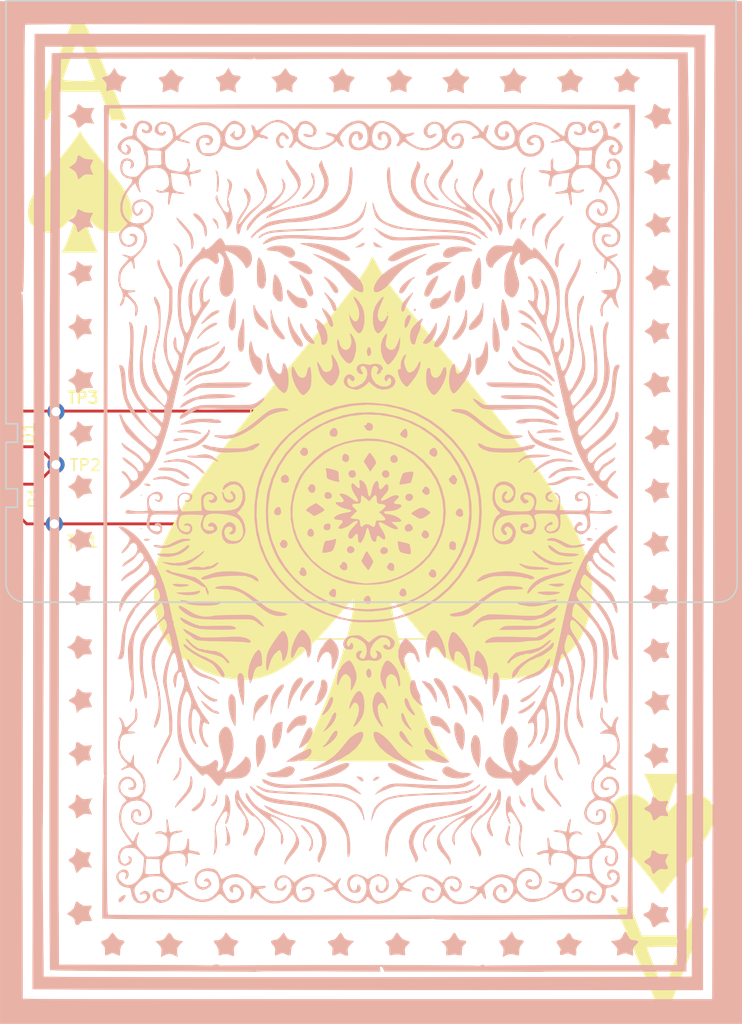
<source format=kicad_pcb>
(kicad_pcb (version 20171130) (host pcbnew "(5.1.6)-1")
  (layers (0 F.Cu signal) (31 B.Cu signal) (34 B.Paste user) (35 F.Paste user) (36 B.SilkS user) (37 F.SilkS user) (38 B.Mask user hide) (39 F.Mask user hide) (44 Edge.Cuts user))
  (net 0 "")
  (net 1 "Net-(BT1-Pad1)")
  (net 2 "Net-(BT1-Pad2)")
  (net 3 "Net-(D1-Pad2)")
  (module LEDs:LED_0603_HandSoldering (layer F.Cu) (at 89.4 98.5 270)
    (fp_text reference D1 (at 0 -1.45 90) (layer F.SilkS))
    (fp_text value LED)
    (pad 1 smd rect (at -1.1 0 270) (size 1.2 0.9) (layers F.Cu F.Paste F.Mask) (net 2 "Net-(BT1-Pad2)"))
    (pad 2 smd rect (at 1.1 0 270) (size 1.2 0.9) (layers F.Cu F.Paste F.Mask) (net 3 "Net-(D1-Pad2)"))
  )
  (module Resistors_SMD:R_0603_HandSoldering (layer F.Cu) (at 89.4 104.1 90)
    (fp_text reference R1 (at 0 2 90) (layer F.SilkS))
    (fp_text value 200)
    (pad 1 smd rect (at -1.1 0 90) (size 1.2 0.9) (layers F.Cu F.Paste F.Mask) (net 1 "Net-(BT1-Pad1)"))
    (pad 2 smd rect (at 1.1 0 90) (size 1.2 0.9) (layers F.Cu F.Paste F.Mask) (net 3 "Net-(D1-Pad2)"))
  )
  (module Cards:AceOfSpades (layer F.Cu) (at 120.65 105.41)
    (fp_text reference G*** hide)
    (fp_text value LOGO hide)
  )
  (module Cards:CardBack_BSilkS (layer F.Cu) (at 120.65 105.41)
    (fp_text reference G*** hide)
    (fp_text value LOGO hide)
  )
  (module Measurement_Points:Measurement_Point_Round-TH_Small (layer F.Cu) (at 93.25 96.65)
    (fp_text reference TP3 (at 2.35 -1.2) (layer F.SilkS) (effects (font (thickness 0.2))))
    (fp_text value TestPoint)
    (pad 1 thru_hole circle (at 0 0) (size 1.5 1.5) (drill 0.8) (layers *.Cu *.Mask) (net 2 "Net-(BT1-Pad2)"))
  )
  (module Measurement_Points:Measurement_Point_Round-TH_Small (layer F.Cu) (at 93.25 101.25)
    (fp_text reference TP2 (at 2.55 0.05) (layer F.SilkS))
    (fp_text value TestPoint)
    (pad 1 thru_hole circle (at 0 0) (size 1.5 1.5) (drill 0.8) (layers *.Cu *.Mask) (net 3 "Net-(D1-Pad2)"))
  )
  (module Measurement_Points:Measurement_Point_Round-TH_Small (layer F.Cu) (at 93.1 106.4)
    (fp_text reference TP1 (at 2.45 1.55) (layer F.SilkS))
    (fp_text value TestPoint)
    (pad 1 thru_hole circle (at 0 0) (size 1.5 1.5) (drill 0.8) (layers *.Cu *.Mask) (net 1 "Net-(BT1-Pad1)"))
  )
  (module GettingToBlinky5:S8211-46R (layer F.Cu) (at 120.7 106.4)
    (fp_text reference BT1 (at 0 5.08) (layer F.SilkS))
    (fp_text value Battery_Cell)
    (pad 1 smd rect (at 12.8 0) (size 5.5 5.5) (layers F.Cu F.Paste F.Mask) (net 1 "Net-(BT1-Pad1)"))
    (pad 2 smd rect (at 0 0) (size 4 4) (layers F.Cu F.Paste F.Mask) (net 2 "Net-(BT1-Pad2)"))
    (pad 1 smd rect (at -12.8 0) (size 5.5 5.5) (layers F.Cu F.Paste F.Mask) (net 1 "Net-(BT1-Pad1)"))
  )
  (gr_arc (start 150.9 111.600757) (end 150.9 113.200757) (angle -90) (layer Edge.Cuts) (width 0.15))
  (gr_line (start 150.9 113.200757) (end 90.55 113.200757) (layer Edge.Cuts) (width 0.15))
  (gr_arc (start 90.55 111.55) (end 88.9 111.6) (angle -88.26429541) (layer Edge.Cuts) (width 0.15))
  (gr_line (start 88.9 103.35) (end 88.9 99.3) (layer Edge.Cuts) (width 0.15))
  (gr_line (start 88.9 111.6) (end 88.9 104.95) (layer Edge.Cuts) (width 0.15))
  (gr_line (start 88.9 104.95) (end 89.9 104.95) (layer Edge.Cuts) (width 0.15))
  (gr_line (start 88.9 103.35) (end 89.9 103.35) (layer Edge.Cuts) (width 0.15))
  (gr_line (start 89.9 104.95) (end 89.9 103.35) (layer Edge.Cuts) (width 0.15))
  (gr_line (start 88.9 60.96) (end 88.9 97.7) (layer Edge.Cuts) (width 0.15))
  (gr_line (start 89.9 97.7) (end 88.9 97.7) (layer Edge.Cuts) (width 0.15))
  (gr_line (start 89.9 99.3) (end 89.9 97.7) (layer Edge.Cuts) (width 0.15))
  (gr_line (start 88.9 99.3) (end 89.9 99.3) (layer Edge.Cuts) (width 0.15))
  (gr_line (start 152.4 60.96) (end 152.5 111.600757) (layer Edge.Cuts) (width 0.15))
  (gr_line (start 88.9 60.96) (end 152.4 60.96) (layer Edge.Cuts) (width 0.15))
  (segment (start 129.9 110) (end 133.5 106.4) (width 0.25) (layer F.Cu) (net 1))
  (segment (start 107.9 106.4) (end 111.5 110) (width 0.25) (layer F.Cu) (net 1))
  (segment (start 111.5 110) (end 129.9 110) (width 0.25) (layer F.Cu) (net 1))
  (segment (start 90.7 106.4) (end 90 105.7) (width 0.25) (layer F.Cu) (net 1))
  (segment (start 107.9 106.4) (end 90.7 106.4) (width 0.25) (layer F.Cu) (net 1))
  (segment (start 89.55001 105.35001) (end 89.4 105.35001) (width 0.25) (layer F.Cu) (net 1))
  (segment (start 90 105.7) (end 89.9 105.7) (width 0.25) (layer F.Cu) (net 1))
  (segment (start 89.9 105.7) (end 89.55001 105.35001) (width 0.25) (layer F.Cu) (net 1))
  (segment (start 120.7 102.7) (end 120.7 106.4) (width 0.25) (layer F.Cu) (net 2))
  (segment (start 93.9 96.6) (end 114.6 96.6) (width 0.25) (layer F.Cu) (net 2))
  (segment (start 114.6 96.6) (end 120.7 102.7) (width 0.25) (layer F.Cu) (net 2))
  (segment (start 90.09999 96.6) (end 89.4 97.29999) (width 0.25) (layer F.Cu) (net 2))
  (segment (start 93.9 96.6) (end 90.09999 96.6) (width 0.25) (layer F.Cu) (net 2))
  (segment (start 89.30001 99.70001) (end 89.4 99.70001) (width 0.25) (layer F.Cu) (net 3))
  (segment (start 91.55001 102.94999) (end 89.4 102.94999) (width 0.25) (layer F.Cu) (net 3))
  (segment (start 93.25 101.25) (end 91.55001 102.94999) (width 0.25) (layer F.Cu) (net 3))
  (segment (start 93.25 101.25) (end 91.7 99.7) (width 0.25) (layer F.Cu) (net 3))
  (segment (start 90.065689 99.70001) (end 89.4 99.70001) (width 0.25) (layer F.Cu) (net 3))
  (segment (start 91.7 99.7) (end 90.065699 99.7) (width 0.25) (layer F.Cu) (net 3))
  (segment (start 90.065699 99.7) (end 90.065689 99.70001) (width 0.25) (layer F.Cu) (net 3))
)
</source>
